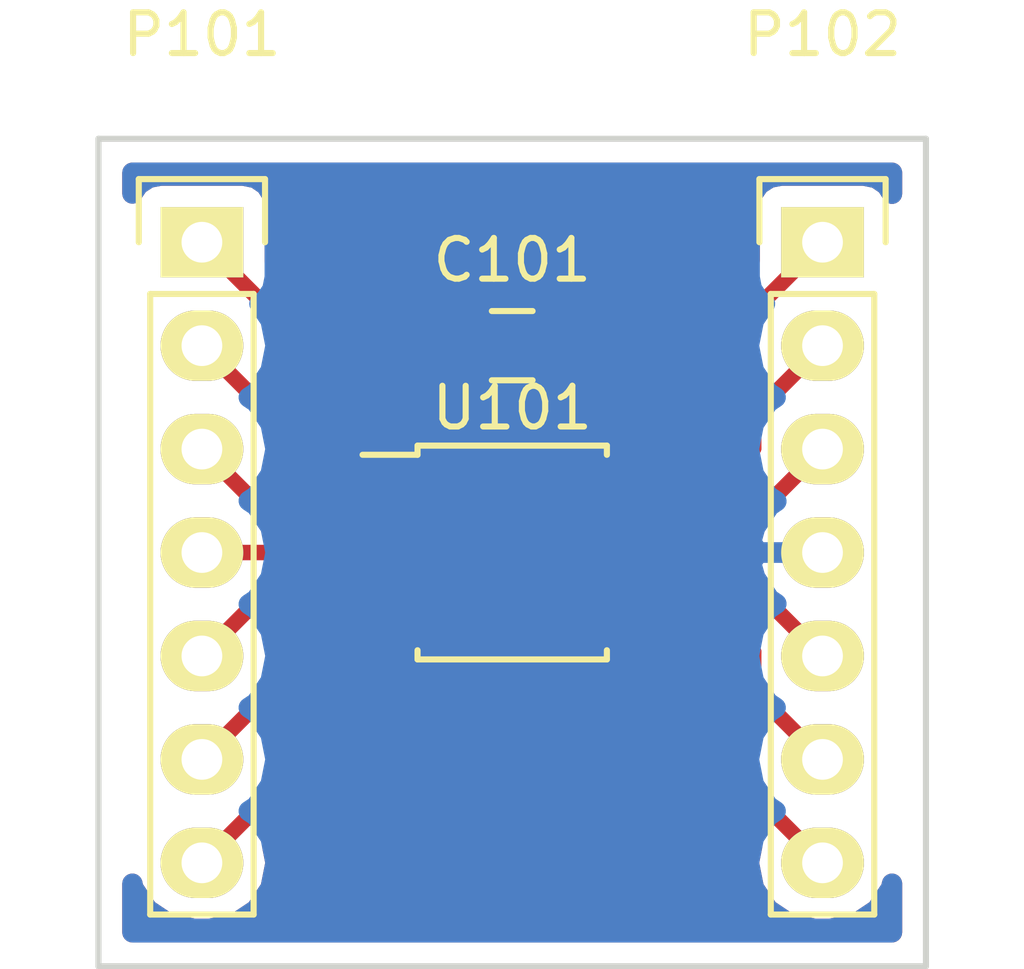
<source format=kicad_pcb>
(kicad_pcb (version 4) (host pcbnew 4.0.2+e4-6225~38~ubuntu14.04.1-stable)

  (general
    (links 16)
    (no_connects 0)
    (area 137.084999 88.824999 157.555001 109.295001)
    (thickness 1.6)
    (drawings 4)
    (tracks 40)
    (zones 0)
    (modules 4)
    (nets 15)
  )

  (page A4)
  (layers
    (0 F.Cu signal)
    (31 B.Cu signal)
    (32 B.Adhes user)
    (33 F.Adhes user)
    (34 B.Paste user)
    (35 F.Paste user)
    (36 B.SilkS user)
    (37 F.SilkS user)
    (38 B.Mask user)
    (39 F.Mask user)
    (40 Dwgs.User user)
    (41 Cmts.User user)
    (42 Eco1.User user)
    (43 Eco2.User user)
    (44 Edge.Cuts user)
    (45 Margin user)
    (46 B.CrtYd user)
    (47 F.CrtYd user)
    (48 B.Fab user)
    (49 F.Fab user)
  )

  (setup
    (last_trace_width 0.38)
    (trace_clearance 0.25)
    (zone_clearance 0.508)
    (zone_45_only no)
    (trace_min 0.2)
    (segment_width 0.2)
    (edge_width 0.15)
    (via_size 1.5)
    (via_drill 1)
    (via_min_size 0.4)
    (via_min_drill 0.3)
    (uvia_size 0.3)
    (uvia_drill 0.1)
    (uvias_allowed no)
    (uvia_min_size 0.2)
    (uvia_min_drill 0.1)
    (pcb_text_width 0.3)
    (pcb_text_size 1.5 1.5)
    (mod_edge_width 0.15)
    (mod_text_size 1 1)
    (mod_text_width 0.15)
    (pad_size 2.032 1.7272)
    (pad_drill 1)
    (pad_to_mask_clearance 0.2)
    (aux_axis_origin 0 0)
    (visible_elements FFFFFF7F)
    (pcbplotparams
      (layerselection 0x01000_80000001)
      (usegerberextensions false)
      (excludeedgelayer true)
      (linewidth 0.050000)
      (plotframeref false)
      (viasonmask false)
      (mode 1)
      (useauxorigin false)
      (hpglpennumber 1)
      (hpglpenspeed 20)
      (hpglpendiameter 15)
      (hpglpenoverlay 2)
      (psnegative false)
      (psa4output false)
      (plotreference true)
      (plotvalue true)
      (plotinvisibletext false)
      (padsonsilk false)
      (subtractmaskfromsilk false)
      (outputformat 1)
      (mirror false)
      (drillshape 0)
      (scaleselection 1)
      (outputdirectory ./manufacture))
  )

  (net 0 "")
  (net 1 /1)
  (net 2 /2)
  (net 3 /3)
  (net 4 /5)
  (net 5 /6)
  (net 6 /7)
  (net 7 /14)
  (net 8 /13)
  (net 9 /12)
  (net 10 /10)
  (net 11 /9)
  (net 12 /8)
  (net 13 GND)
  (net 14 VCC)

  (net_class Default "This is the default net class."
    (clearance 0.25)
    (trace_width 0.38)
    (via_dia 1.5)
    (via_drill 1)
    (uvia_dia 0.3)
    (uvia_drill 0.1)
    (add_net /1)
    (add_net /10)
    (add_net /12)
    (add_net /13)
    (add_net /14)
    (add_net /2)
    (add_net /3)
    (add_net /5)
    (add_net /6)
    (add_net /7)
    (add_net /8)
    (add_net /9)
    (add_net GND)
    (add_net VCC)
  )

  (module dolf_kicad:TSSOP-14_4.4x5mm_Pitch0.65mm-0.25mm_clearance (layer F.Cu) (tedit 573354F4) (tstamp 5775528B)
    (at 147.32 99.06)
    (descr "14-Lead Plastic Thin Shrink Small Outline (ST)-4.4 mm Body [TSSOP] (see Microchip Packaging Specification 00000049BS.pdf)")
    (tags "SSOP 0.65")
    (path /57758EE5)
    (attr smd)
    (fp_text reference U101 (at 0 -3.55) (layer F.SilkS)
      (effects (font (size 1 1) (thickness 0.15)))
    )
    (fp_text value LMV344 (at 0 3.55) (layer F.Fab)
      (effects (font (size 1 1) (thickness 0.15)))
    )
    (fp_line (start -3.95 -2.8) (end -3.95 2.8) (layer F.CrtYd) (width 0.05))
    (fp_line (start 3.95 -2.8) (end 3.95 2.8) (layer F.CrtYd) (width 0.05))
    (fp_line (start -3.95 -2.8) (end 3.95 -2.8) (layer F.CrtYd) (width 0.05))
    (fp_line (start -3.95 2.8) (end 3.95 2.8) (layer F.CrtYd) (width 0.05))
    (fp_line (start -2.325 -2.625) (end -2.325 -2.4) (layer F.SilkS) (width 0.15))
    (fp_line (start 2.325 -2.625) (end 2.325 -2.4) (layer F.SilkS) (width 0.15))
    (fp_line (start 2.325 2.625) (end 2.325 2.4) (layer F.SilkS) (width 0.15))
    (fp_line (start -2.325 2.625) (end -2.325 2.4) (layer F.SilkS) (width 0.15))
    (fp_line (start -2.325 -2.625) (end 2.325 -2.625) (layer F.SilkS) (width 0.15))
    (fp_line (start -2.325 2.625) (end 2.325 2.625) (layer F.SilkS) (width 0.15))
    (fp_line (start -2.325 -2.4) (end -3.675 -2.4) (layer F.SilkS) (width 0.15))
    (pad 1 smd rect (at -2.95 -1.95) (size 1.45 0.4) (layers F.Cu F.Paste F.Mask)
      (net 1 /1))
    (pad 2 smd rect (at -2.95 -1.3) (size 1.45 0.4) (layers F.Cu F.Paste F.Mask)
      (net 2 /2))
    (pad 3 smd rect (at -2.95 -0.65) (size 1.45 0.4) (layers F.Cu F.Paste F.Mask)
      (net 3 /3))
    (pad 4 smd rect (at -2.95 0) (size 1.45 0.4) (layers F.Cu F.Paste F.Mask)
      (net 14 VCC))
    (pad 5 smd rect (at -2.95 0.65) (size 1.45 0.4) (layers F.Cu F.Paste F.Mask)
      (net 4 /5))
    (pad 6 smd rect (at -2.95 1.3) (size 1.45 0.4) (layers F.Cu F.Paste F.Mask)
      (net 5 /6))
    (pad 7 smd rect (at -2.95 1.95) (size 1.45 0.4) (layers F.Cu F.Paste F.Mask)
      (net 6 /7))
    (pad 8 smd rect (at 2.95 1.95) (size 1.45 0.4) (layers F.Cu F.Paste F.Mask)
      (net 12 /8))
    (pad 9 smd rect (at 2.95 1.3) (size 1.45 0.4) (layers F.Cu F.Paste F.Mask)
      (net 11 /9))
    (pad 10 smd rect (at 2.95 0.65) (size 1.45 0.4) (layers F.Cu F.Paste F.Mask)
      (net 10 /10))
    (pad 11 smd rect (at 2.95 0) (size 1.45 0.4) (layers F.Cu F.Paste F.Mask)
      (net 13 GND))
    (pad 12 smd rect (at 2.95 -0.65) (size 1.45 0.4) (layers F.Cu F.Paste F.Mask)
      (net 9 /12))
    (pad 13 smd rect (at 2.95 -1.3) (size 1.45 0.4) (layers F.Cu F.Paste F.Mask)
      (net 8 /13))
    (pad 14 smd rect (at 2.95 -1.95) (size 1.45 0.4) (layers F.Cu F.Paste F.Mask)
      (net 7 /14))
    (model Housings_SSOP.3dshapes/TSSOP-14_4.4x5mm_Pitch0.65mm.wrl
      (at (xyz 0 0 0))
      (scale (xyz 1 1 1))
      (rotate (xyz 0 0 0))
    )
  )

  (module Pin_Headers:Pin_Header_Straight_1x07 (layer F.Cu) (tedit 577554ED) (tstamp 5775526E)
    (at 139.7 91.44)
    (descr "Through hole pin header")
    (tags "pin header")
    (path /57759094)
    (fp_text reference P101 (at 0 -5.1) (layer F.SilkS)
      (effects (font (size 1 1) (thickness 0.15)))
    )
    (fp_text value CONN_01X07 (at 0 -3.1) (layer F.Fab)
      (effects (font (size 1 1) (thickness 0.15)))
    )
    (fp_line (start -1.75 -1.75) (end -1.75 17) (layer F.CrtYd) (width 0.05))
    (fp_line (start 1.75 -1.75) (end 1.75 17) (layer F.CrtYd) (width 0.05))
    (fp_line (start -1.75 -1.75) (end 1.75 -1.75) (layer F.CrtYd) (width 0.05))
    (fp_line (start -1.75 17) (end 1.75 17) (layer F.CrtYd) (width 0.05))
    (fp_line (start 1.27 1.27) (end 1.27 16.51) (layer F.SilkS) (width 0.15))
    (fp_line (start 1.27 16.51) (end -1.27 16.51) (layer F.SilkS) (width 0.15))
    (fp_line (start -1.27 16.51) (end -1.27 1.27) (layer F.SilkS) (width 0.15))
    (fp_line (start 1.55 -1.55) (end 1.55 0) (layer F.SilkS) (width 0.15))
    (fp_line (start 1.27 1.27) (end -1.27 1.27) (layer F.SilkS) (width 0.15))
    (fp_line (start -1.55 0) (end -1.55 -1.55) (layer F.SilkS) (width 0.15))
    (fp_line (start -1.55 -1.55) (end 1.55 -1.55) (layer F.SilkS) (width 0.15))
    (pad 1 thru_hole rect (at 0 0) (size 2.032 1.7272) (drill 1) (layers *.Cu *.Mask F.SilkS)
      (net 1 /1))
    (pad 2 thru_hole oval (at 0 2.54) (size 2.032 1.7272) (drill 1) (layers *.Cu *.Mask F.SilkS)
      (net 2 /2))
    (pad 3 thru_hole oval (at 0 5.08) (size 2.032 1.7272) (drill 1) (layers *.Cu *.Mask F.SilkS)
      (net 3 /3))
    (pad 4 thru_hole oval (at 0 7.62) (size 2.032 1.7272) (drill 1) (layers *.Cu *.Mask F.SilkS)
      (net 14 VCC))
    (pad 5 thru_hole oval (at 0 10.16) (size 2.032 1.7272) (drill 1) (layers *.Cu *.Mask F.SilkS)
      (net 4 /5))
    (pad 6 thru_hole oval (at 0 12.7) (size 2.032 1.7272) (drill 1) (layers *.Cu *.Mask F.SilkS)
      (net 5 /6))
    (pad 7 thru_hole oval (at 0 15.24) (size 2.032 1.7272) (drill 1) (layers *.Cu *.Mask F.SilkS)
      (net 6 /7))
    (model Pin_Headers.3dshapes/Pin_Header_Straight_1x07.wrl
      (at (xyz 0 -0.3 0))
      (scale (xyz 1 1 1))
      (rotate (xyz 0 0 90))
    )
  )

  (module Pin_Headers:Pin_Header_Straight_1x07 (layer F.Cu) (tedit 0) (tstamp 57755279)
    (at 154.94 91.44)
    (descr "Through hole pin header")
    (tags "pin header")
    (path /57759219)
    (fp_text reference P102 (at 0 -5.1) (layer F.SilkS)
      (effects (font (size 1 1) (thickness 0.15)))
    )
    (fp_text value CONN_01X07 (at 0 -3.1) (layer F.Fab)
      (effects (font (size 1 1) (thickness 0.15)))
    )
    (fp_line (start -1.75 -1.75) (end -1.75 17) (layer F.CrtYd) (width 0.05))
    (fp_line (start 1.75 -1.75) (end 1.75 17) (layer F.CrtYd) (width 0.05))
    (fp_line (start -1.75 -1.75) (end 1.75 -1.75) (layer F.CrtYd) (width 0.05))
    (fp_line (start -1.75 17) (end 1.75 17) (layer F.CrtYd) (width 0.05))
    (fp_line (start 1.27 1.27) (end 1.27 16.51) (layer F.SilkS) (width 0.15))
    (fp_line (start 1.27 16.51) (end -1.27 16.51) (layer F.SilkS) (width 0.15))
    (fp_line (start -1.27 16.51) (end -1.27 1.27) (layer F.SilkS) (width 0.15))
    (fp_line (start 1.55 -1.55) (end 1.55 0) (layer F.SilkS) (width 0.15))
    (fp_line (start 1.27 1.27) (end -1.27 1.27) (layer F.SilkS) (width 0.15))
    (fp_line (start -1.55 0) (end -1.55 -1.55) (layer F.SilkS) (width 0.15))
    (fp_line (start -1.55 -1.55) (end 1.55 -1.55) (layer F.SilkS) (width 0.15))
    (pad 1 thru_hole rect (at 0 0) (size 2.032 1.7272) (drill 1) (layers *.Cu *.Mask F.SilkS)
      (net 7 /14))
    (pad 2 thru_hole oval (at 0 2.54) (size 2.032 1.7272) (drill 1) (layers *.Cu *.Mask F.SilkS)
      (net 8 /13))
    (pad 3 thru_hole oval (at 0 5.08) (size 2.032 1.7272) (drill 1) (layers *.Cu *.Mask F.SilkS)
      (net 9 /12))
    (pad 4 thru_hole oval (at 0 7.62) (size 2.032 1.7272) (drill 1) (layers *.Cu *.Mask F.SilkS)
      (net 13 GND))
    (pad 5 thru_hole oval (at 0 10.16) (size 2.032 1.7272) (drill 1) (layers *.Cu *.Mask F.SilkS)
      (net 10 /10))
    (pad 6 thru_hole oval (at 0 12.7) (size 2.032 1.7272) (drill 1) (layers *.Cu *.Mask F.SilkS)
      (net 11 /9))
    (pad 7 thru_hole oval (at 0 15.24) (size 2.032 1.7272) (drill 1) (layers *.Cu *.Mask F.SilkS)
      (net 12 /8))
    (model Pin_Headers.3dshapes/Pin_Header_Straight_1x07.wrl
      (at (xyz 0 -0.3 0))
      (scale (xyz 1 1 1))
      (rotate (xyz 0 0 90))
    )
  )

  (module Capacitors_SMD:C_0805_HandSoldering (layer F.Cu) (tedit 541A9B8D) (tstamp 577552BA)
    (at 147.32 93.98)
    (descr "Capacitor SMD 0805, hand soldering")
    (tags "capacitor 0805")
    (path /5775B27A)
    (attr smd)
    (fp_text reference C101 (at 0 -2.1) (layer F.SilkS)
      (effects (font (size 1 1) (thickness 0.15)))
    )
    (fp_text value 100n (at 0 2.1) (layer F.Fab)
      (effects (font (size 1 1) (thickness 0.15)))
    )
    (fp_line (start -2.3 -1) (end 2.3 -1) (layer F.CrtYd) (width 0.05))
    (fp_line (start -2.3 1) (end 2.3 1) (layer F.CrtYd) (width 0.05))
    (fp_line (start -2.3 -1) (end -2.3 1) (layer F.CrtYd) (width 0.05))
    (fp_line (start 2.3 -1) (end 2.3 1) (layer F.CrtYd) (width 0.05))
    (fp_line (start 0.5 -0.85) (end -0.5 -0.85) (layer F.SilkS) (width 0.15))
    (fp_line (start -0.5 0.85) (end 0.5 0.85) (layer F.SilkS) (width 0.15))
    (pad 1 smd rect (at -1.25 0) (size 1.5 1.25) (layers F.Cu F.Paste F.Mask)
      (net 14 VCC))
    (pad 2 smd rect (at 1.25 0) (size 1.5 1.25) (layers F.Cu F.Paste F.Mask)
      (net 13 GND))
    (model Capacitors_SMD.3dshapes/C_0805_HandSoldering.wrl
      (at (xyz 0 0 0))
      (scale (xyz 1 1 1))
      (rotate (xyz 0 0 0))
    )
  )

  (gr_line (start 157.48 109.22) (end 137.16 109.22) (angle 90) (layer Edge.Cuts) (width 0.15))
  (gr_line (start 137.16 88.9) (end 157.48 88.9) (angle 90) (layer Edge.Cuts) (width 0.15))
  (gr_line (start 137.16 109.22) (end 137.16 88.9) (angle 90) (layer Edge.Cuts) (width 0.15))
  (gr_line (start 157.48 88.9) (end 157.48 109.22) (angle 90) (layer Edge.Cuts) (width 0.15))

  (segment (start 144.37 97.11) (end 144.37 96.11) (width 0.38) (layer F.Cu) (net 1))
  (segment (start 144.37 96.11) (end 139.7 91.44) (width 0.38) (layer F.Cu) (net 1) (tstamp 57755513))
  (segment (start 144.37 97.76) (end 142.76 97.76) (width 0.38) (layer F.Cu) (net 2))
  (segment (start 141.5 95.78) (end 139.7 93.98) (width 0.38) (layer F.Cu) (net 2) (tstamp 57755510))
  (segment (start 141.5 96.5) (end 141.5 95.78) (width 0.38) (layer F.Cu) (net 2) (tstamp 5775550F))
  (segment (start 142.76 97.76) (end 141.5 96.5) (width 0.38) (layer F.Cu) (net 2) (tstamp 5775550E))
  (segment (start 144.37 98.41) (end 141.59 98.41) (width 0.38) (layer F.Cu) (net 3))
  (segment (start 141.59 98.41) (end 139.7 96.52) (width 0.38) (layer F.Cu) (net 3) (tstamp 5775550A))
  (segment (start 144.37 99.71) (end 141.59 99.71) (width 0.38) (layer F.Cu) (net 4))
  (segment (start 141.59 99.71) (end 139.7 101.6) (width 0.38) (layer F.Cu) (net 4) (tstamp 57755516))
  (segment (start 144.37 100.36) (end 142.64 100.36) (width 0.38) (layer F.Cu) (net 5))
  (segment (start 141.5 102.34) (end 139.7 104.14) (width 0.38) (layer F.Cu) (net 5) (tstamp 5775551C))
  (segment (start 141.5 101.5) (end 141.5 102.34) (width 0.38) (layer F.Cu) (net 5) (tstamp 5775551B))
  (segment (start 142.64 100.36) (end 141.5 101.5) (width 0.38) (layer F.Cu) (net 5) (tstamp 5775551A))
  (segment (start 144.37 101.01) (end 144.37 102.01) (width 0.38) (layer F.Cu) (net 6))
  (segment (start 144.37 102.01) (end 139.7 106.68) (width 0.38) (layer F.Cu) (net 6) (tstamp 5775551F))
  (segment (start 150.27 97.11) (end 150.27 96.11) (width 0.38) (layer F.Cu) (net 7))
  (segment (start 150.27 96.11) (end 154.94 91.44) (width 0.38) (layer F.Cu) (net 7) (tstamp 57755522))
  (segment (start 150.27 97.76) (end 151.99 97.76) (width 0.38) (layer F.Cu) (net 8))
  (segment (start 153.25 95.67) (end 154.94 93.98) (width 0.38) (layer F.Cu) (net 8) (tstamp 57755534))
  (segment (start 153.25 96.5) (end 153.25 95.67) (width 0.38) (layer F.Cu) (net 8) (tstamp 57755533))
  (segment (start 151.99 97.76) (end 153.25 96.5) (width 0.38) (layer F.Cu) (net 8) (tstamp 57755532))
  (segment (start 150.27 98.41) (end 153.05 98.41) (width 0.38) (layer F.Cu) (net 9))
  (segment (start 153.05 98.41) (end 154.94 96.52) (width 0.38) (layer F.Cu) (net 9) (tstamp 5775552A))
  (segment (start 150.27 99.71) (end 153.05 99.71) (width 0.38) (layer F.Cu) (net 10))
  (segment (start 153.05 99.71) (end 154.94 101.6) (width 0.38) (layer F.Cu) (net 10) (tstamp 5775552E))
  (segment (start 150.27 100.36) (end 152.11 100.36) (width 0.38) (layer F.Cu) (net 11))
  (segment (start 153.25 102.45) (end 154.94 104.14) (width 0.38) (layer F.Cu) (net 11) (tstamp 57755539))
  (segment (start 153.25 101.5) (end 153.25 102.45) (width 0.38) (layer F.Cu) (net 11) (tstamp 57755538))
  (segment (start 152.11 100.36) (end 153.25 101.5) (width 0.38) (layer F.Cu) (net 11) (tstamp 57755537))
  (segment (start 150.27 101.01) (end 150.27 102.01) (width 0.38) (layer F.Cu) (net 12))
  (segment (start 150.27 102.01) (end 154.94 106.68) (width 0.38) (layer F.Cu) (net 12) (tstamp 57755525))
  (segment (start 150.27 99.06) (end 154.94 99.06) (width 0.38) (layer F.Cu) (net 13))
  (segment (start 149.31 99.06) (end 150.27 99.06) (width 0.38) (layer F.Cu) (net 13) (tstamp 577553AA))
  (segment (start 148.57 98.32) (end 149.31 99.06) (width 0.38) (layer F.Cu) (net 13) (tstamp 577553A8))
  (segment (start 148.57 93.98) (end 148.57 98.32) (width 0.38) (layer F.Cu) (net 13))
  (segment (start 146.07 93.98) (end 146.07 98.43) (width 0.38) (layer F.Cu) (net 14))
  (segment (start 146.07 98.43) (end 145.44 99.06) (width 0.38) (layer F.Cu) (net 14) (tstamp 577553A4))
  (segment (start 144.37 99.06) (end 139.7 99.06) (width 0.38) (layer F.Cu) (net 14))
  (segment (start 145.44 99.06) (end 144.37 99.06) (width 0.38) (layer F.Cu) (net 14) (tstamp 577553A5))

  (zone (net 13) (net_name GND) (layer F.Cu) (tstamp 577553E4) (hatch edge 0.508)
    (connect_pads (clearance 0.508))
    (min_thickness 0.5)
    (fill yes (arc_segments 16) (thermal_gap 0.508) (thermal_bridge_width 0.508))
    (polygon
      (pts
        (xy 157.48 109.22) (xy 137.16 109.22) (xy 137.16 88.9) (xy 157.48 88.9) (xy 157.48 109.22)
      )
    )
    (filled_polygon
      (pts
        (xy 156.647 90.250442) (xy 156.509985 90.037514) (xy 156.256682 89.86444) (xy 155.956 89.80355) (xy 153.924 89.80355)
        (xy 153.643102 89.856405) (xy 153.385114 90.022415) (xy 153.21204 90.275718) (xy 153.15115 90.5764) (xy 153.15115 91.888176)
        (xy 149.599663 95.439663) (xy 149.394162 95.747216) (xy 149.322 96.11) (xy 149.322 96.179111) (xy 149.264102 96.190005)
        (xy 149.006114 96.356015) (xy 148.83304 96.609318) (xy 148.77215 96.91) (xy 148.77215 97.31) (xy 148.796534 97.439589)
        (xy 148.77215 97.56) (xy 148.77215 97.96) (xy 148.796534 98.089589) (xy 148.77215 98.21) (xy 148.77215 98.61)
        (xy 148.789627 98.702882) (xy 148.787 98.709225) (xy 148.787 98.8665) (xy 148.849564 98.929064) (xy 148.934423 99.060939)
        (xy 148.837048 99.203452) (xy 148.787 99.2535) (xy 148.787 99.410775) (xy 148.790522 99.419278) (xy 148.77215 99.51)
        (xy 148.77215 99.91) (xy 148.796534 100.039589) (xy 148.77215 100.16) (xy 148.77215 100.56) (xy 148.796534 100.689589)
        (xy 148.77215 100.81) (xy 148.77215 101.21) (xy 148.825005 101.490898) (xy 148.991015 101.748886) (xy 149.244318 101.92196)
        (xy 149.322 101.937691) (xy 149.322 102.01) (xy 149.394162 102.372784) (xy 149.599663 102.680337) (xy 153.208905 106.289579)
        (xy 153.131245 106.68) (xy 153.254682 107.300559) (xy 153.606201 107.826644) (xy 154.132286 108.178163) (xy 154.752845 108.3016)
        (xy 155.127155 108.3016) (xy 155.747714 108.178163) (xy 156.273799 107.826644) (xy 156.625318 107.300559) (xy 156.647 107.191556)
        (xy 156.647 108.387) (xy 137.993 108.387) (xy 137.993 107.191556) (xy 138.014682 107.300559) (xy 138.366201 107.826644)
        (xy 138.892286 108.178163) (xy 139.512845 108.3016) (xy 139.887155 108.3016) (xy 140.507714 108.178163) (xy 141.033799 107.826644)
        (xy 141.385318 107.300559) (xy 141.508755 106.68) (xy 141.431095 106.289579) (xy 145.040337 102.680337) (xy 145.245838 102.372784)
        (xy 145.286107 102.170337) (xy 145.318 102.01) (xy 145.318 101.940889) (xy 145.375898 101.929995) (xy 145.633886 101.763985)
        (xy 145.80696 101.510682) (xy 145.86785 101.21) (xy 145.86785 100.81) (xy 145.843466 100.680411) (xy 145.86785 100.56)
        (xy 145.86785 100.16) (xy 145.843466 100.030411) (xy 145.86785 99.91) (xy 145.86785 99.892362) (xy 146.110337 99.730337)
        (xy 146.740338 99.100337) (xy 146.945838 98.792784) (xy 147.018 98.43) (xy 147.018 95.340593) (xy 147.100898 95.324995)
        (xy 147.32428 95.181254) (xy 147.390627 95.247601) (xy 147.669224 95.363) (xy 148.3765 95.363) (xy 148.566 95.1735)
        (xy 148.566 93.984) (xy 148.574 93.984) (xy 148.574 95.1735) (xy 148.7635 95.363) (xy 149.470776 95.363)
        (xy 149.749373 95.247601) (xy 149.962602 95.034372) (xy 150.078 94.755775) (xy 150.078 94.1735) (xy 149.8885 93.984)
        (xy 148.574 93.984) (xy 148.566 93.984) (xy 148.546 93.984) (xy 148.546 93.976) (xy 148.566 93.976)
        (xy 148.566 92.7865) (xy 148.574 92.7865) (xy 148.574 93.976) (xy 149.8885 93.976) (xy 150.078 93.7865)
        (xy 150.078 93.204225) (xy 149.962602 92.925628) (xy 149.749373 92.712399) (xy 149.470776 92.597) (xy 148.7635 92.597)
        (xy 148.574 92.7865) (xy 148.566 92.7865) (xy 148.3765 92.597) (xy 147.669224 92.597) (xy 147.390627 92.712399)
        (xy 147.322256 92.78077) (xy 147.120682 92.64304) (xy 146.82 92.58215) (xy 145.32 92.58215) (xy 145.039102 92.635005)
        (xy 144.781114 92.801015) (xy 144.60804 93.054318) (xy 144.54715 93.355) (xy 144.54715 94.605) (xy 144.600005 94.885898)
        (xy 144.766015 95.143886) (xy 145.019318 95.31696) (xy 145.122 95.337754) (xy 145.122 95.56188) (xy 145.040337 95.439663)
        (xy 141.48885 91.888176) (xy 141.48885 90.5764) (xy 141.435995 90.295502) (xy 141.269985 90.037514) (xy 141.016682 89.86444)
        (xy 140.716 89.80355) (xy 138.684 89.80355) (xy 138.403102 89.856405) (xy 138.145114 90.022415) (xy 137.993 90.245042)
        (xy 137.993 89.733) (xy 156.647 89.733)
      )
    )
    (filled_polygon
      (pts
        (xy 154.944 99.056) (xy 154.964 99.056) (xy 154.964 99.064) (xy 154.944 99.064) (xy 154.944 99.084)
        (xy 154.936 99.084) (xy 154.936 99.064) (xy 154.916 99.064) (xy 154.916 99.056) (xy 154.936 99.056)
        (xy 154.936 99.036) (xy 154.944 99.036)
      )
    )
  )
  (zone (net 13) (net_name GND) (layer B.Cu) (tstamp 577553E6) (hatch edge 0.508)
    (connect_pads (clearance 0.508))
    (min_thickness 0.5)
    (fill yes (arc_segments 16) (thermal_gap 0.508) (thermal_bridge_width 0.508))
    (polygon
      (pts
        (xy 157.48 109.22) (xy 137.16 109.22) (xy 137.16 88.9) (xy 157.48 88.9) (xy 157.48 109.22)
      )
    )
    (filled_polygon
      (pts
        (xy 156.647 90.250442) (xy 156.509985 90.037514) (xy 156.256682 89.86444) (xy 155.956 89.80355) (xy 153.924 89.80355)
        (xy 153.643102 89.856405) (xy 153.385114 90.022415) (xy 153.21204 90.275718) (xy 153.15115 90.5764) (xy 153.15115 92.3036)
        (xy 153.204005 92.584498) (xy 153.370015 92.842486) (xy 153.527982 92.95042) (xy 153.254682 93.359441) (xy 153.131245 93.98)
        (xy 153.254682 94.600559) (xy 153.606201 95.126644) (xy 153.790816 95.25) (xy 153.606201 95.373356) (xy 153.254682 95.899441)
        (xy 153.131245 96.52) (xy 153.254682 97.140559) (xy 153.606201 97.666644) (xy 153.80844 97.801776) (xy 153.638127 97.916184)
        (xy 153.287906 98.443136) (xy 153.186595 98.802376) (xy 153.355506 99.056) (xy 154.936 99.056) (xy 154.936 99.036)
        (xy 154.944 99.036) (xy 154.944 99.056) (xy 154.964 99.056) (xy 154.964 99.064) (xy 154.944 99.064)
        (xy 154.944 99.084) (xy 154.936 99.084) (xy 154.936 99.064) (xy 153.355506 99.064) (xy 153.186595 99.317624)
        (xy 153.287906 99.676864) (xy 153.638127 100.203816) (xy 153.80844 100.318224) (xy 153.606201 100.453356) (xy 153.254682 100.979441)
        (xy 153.131245 101.6) (xy 153.254682 102.220559) (xy 153.606201 102.746644) (xy 153.790816 102.87) (xy 153.606201 102.993356)
        (xy 153.254682 103.519441) (xy 153.131245 104.14) (xy 153.254682 104.760559) (xy 153.606201 105.286644) (xy 153.790816 105.41)
        (xy 153.606201 105.533356) (xy 153.254682 106.059441) (xy 153.131245 106.68) (xy 153.254682 107.300559) (xy 153.606201 107.826644)
        (xy 154.132286 108.178163) (xy 154.752845 108.3016) (xy 155.127155 108.3016) (xy 155.747714 108.178163) (xy 156.273799 107.826644)
        (xy 156.625318 107.300559) (xy 156.647 107.191556) (xy 156.647 108.387) (xy 137.993 108.387) (xy 137.993 107.191556)
        (xy 138.014682 107.300559) (xy 138.366201 107.826644) (xy 138.892286 108.178163) (xy 139.512845 108.3016) (xy 139.887155 108.3016)
        (xy 140.507714 108.178163) (xy 141.033799 107.826644) (xy 141.385318 107.300559) (xy 141.508755 106.68) (xy 141.385318 106.059441)
        (xy 141.033799 105.533356) (xy 140.849184 105.41) (xy 141.033799 105.286644) (xy 141.385318 104.760559) (xy 141.508755 104.14)
        (xy 141.385318 103.519441) (xy 141.033799 102.993356) (xy 140.849184 102.87) (xy 141.033799 102.746644) (xy 141.385318 102.220559)
        (xy 141.508755 101.6) (xy 141.385318 100.979441) (xy 141.033799 100.453356) (xy 140.849184 100.33) (xy 141.033799 100.206644)
        (xy 141.385318 99.680559) (xy 141.508755 99.06) (xy 141.385318 98.439441) (xy 141.033799 97.913356) (xy 140.849184 97.79)
        (xy 141.033799 97.666644) (xy 141.385318 97.140559) (xy 141.508755 96.52) (xy 141.385318 95.899441) (xy 141.033799 95.373356)
        (xy 140.849184 95.25) (xy 141.033799 95.126644) (xy 141.385318 94.600559) (xy 141.508755 93.98) (xy 141.385318 93.359441)
        (xy 141.111597 92.949789) (xy 141.254886 92.857585) (xy 141.42796 92.604282) (xy 141.48885 92.3036) (xy 141.48885 90.5764)
        (xy 141.435995 90.295502) (xy 141.269985 90.037514) (xy 141.016682 89.86444) (xy 140.716 89.80355) (xy 138.684 89.80355)
        (xy 138.403102 89.856405) (xy 138.145114 90.022415) (xy 137.993 90.245042) (xy 137.993 89.733) (xy 156.647 89.733)
      )
    )
  )
)

</source>
